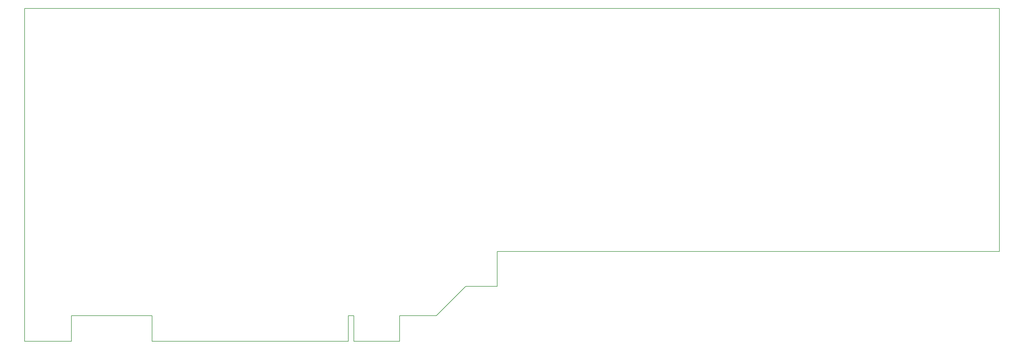
<source format=gbr>
G04 (created by PCBNEW-RS274X (2012-apr-16-27)-stable) date Втр 01 Янв 2013 22:44:24*
G01*
G70*
G90*
%MOIN*%
G04 Gerber Fmt 3.4, Leading zero omitted, Abs format*
%FSLAX34Y34*%
G04 APERTURE LIST*
%ADD10C,0.006000*%
%ADD11C,0.008000*%
G04 APERTURE END LIST*
G54D10*
G54D11*
X68350Y-61000D02*
X73000Y-61000D01*
X80650Y-57300D02*
X80650Y-52900D01*
X80650Y-52900D02*
X85050Y-52900D01*
X114550Y-52900D02*
X85050Y-52900D01*
X143950Y-52900D02*
X143950Y-22250D01*
X141950Y-52900D02*
X143950Y-52900D01*
X73000Y-61000D02*
X76700Y-57300D01*
X76700Y-57300D02*
X80650Y-57300D01*
X114550Y-52900D02*
X141950Y-52900D01*
X88250Y-22250D02*
X143950Y-22250D01*
X21100Y-64250D02*
X27000Y-64250D01*
X21100Y-22250D02*
X88250Y-22250D01*
X21100Y-64250D02*
X21100Y-22250D01*
X27000Y-61000D02*
X37150Y-61000D01*
X27000Y-64250D02*
X27000Y-61000D01*
X68350Y-64250D02*
X62600Y-64250D01*
X68350Y-61000D02*
X68350Y-64250D01*
X37150Y-64250D02*
X61900Y-64250D01*
X37150Y-61000D02*
X37150Y-64250D01*
X62600Y-61000D02*
X62600Y-64250D01*
X61900Y-61000D02*
X62600Y-61000D01*
X61900Y-64250D02*
X61900Y-61000D01*
M02*

</source>
